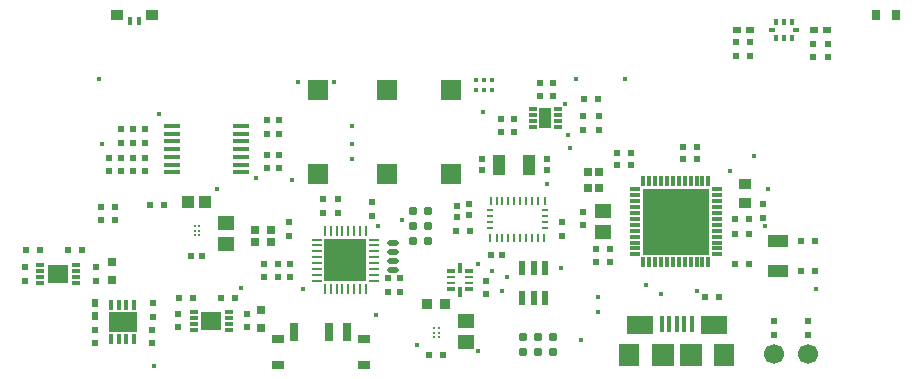
<source format=gtp>
%FSTAX23Y23*%
%MOIN*%
%SFA1B1*%

%IPPOS*%
%ADD18R,0.070866X0.068898*%
%ADD19R,0.070866X0.068898*%
%ADD20R,0.058071X0.017716*%
%ADD21R,0.021654X0.021654*%
%ADD22R,0.015748X0.023622*%
%ADD23R,0.023622X0.015748*%
%ADD24R,0.029527X0.023622*%
%ADD25R,0.029527X0.037401*%
%ADD26R,0.017716X0.017716*%
%ADD27R,0.015748X0.017716*%
%ADD28C,0.015748*%
%ADD29O,0.039370X0.019685*%
%ADD30R,0.015748X0.053150*%
%ADD31R,0.086614X0.062992*%
%ADD32R,0.070866X0.074803*%
%ADD33R,0.074803X0.074803*%
%ADD34R,0.021654X0.021654*%
%ADD35C,0.066929*%
%ADD36R,0.070866X0.039370*%
%ADD37R,0.039370X0.035433*%
%ADD38R,0.224409X0.224409*%
%ADD39R,0.011811X0.033465*%
%ADD40R,0.033465X0.011811*%
%ADD41R,0.027559X0.011811*%
%ADD42R,0.039370X0.066929*%
%ADD43R,0.024409X0.023622*%
%ADD44R,0.039370X0.070866*%
%ADD45R,0.009843X0.026575*%
%ADD46R,0.022638X0.009843*%
%ADD47R,0.027559X0.029527*%
%ADD48R,0.057087X0.045275*%
%ADD49R,0.023622X0.047244*%
%ADD50C,0.030984*%
%ADD51R,0.031496X0.011811*%
%ADD52R,0.031496X0.009843*%
%ADD53R,0.013780X0.033465*%
%ADD54R,0.033465X0.033465*%
%ADD55C,0.008189*%
%ADD56R,0.033465X0.009843*%
%ADD57R,0.009843X0.033465*%
%ADD58R,0.141732X0.141732*%
%ADD59R,0.029527X0.027559*%
%ADD60R,0.023622X0.024409*%
%ADD61R,0.039370X0.031496*%
%ADD62R,0.027559X0.059055*%
%ADD63R,0.031496X0.031496*%
%ADD64R,0.068898X0.061024*%
%ADD65R,0.096457X0.066929*%
%ADD66R,0.023622X0.029527*%
%ADD67R,0.041339X0.039370*%
%ADD68R,0.015748X0.031496*%
%LNdev_board_layout-1*%
%LPD*%
G54D18*
X01465Y00659D03*
Y0094D03*
G54D19*
X0102Y0094D03*
Y00659D03*
X0125D03*
Y0094D03*
G54D20*
X00534Y00818D03*
Y00792D03*
Y00767D03*
Y00741D03*
Y00716D03*
Y0069D03*
Y00665D03*
X00765D03*
Y0069D03*
Y00716D03*
Y00741D03*
Y00767D03*
Y00792D03*
Y00818D03*
G54D21*
X0246Y01098D03*
Y01052D03*
X02415D03*
Y01098D03*
X0267Y01093D03*
Y01047D03*
X0272Y01093D03*
Y01047D03*
X0254Y00121D03*
Y00167D03*
X02655Y00122D03*
Y00168D03*
X02505Y00512D03*
Y00558D03*
X01959Y00806D03*
Y00852D03*
X01904D03*
Y00806D03*
X01805Y00963D03*
Y00917D03*
X0176D03*
Y00963D03*
X01675Y00797D03*
Y00843D03*
X0163D03*
Y00797D03*
X01905Y00487D03*
Y00533D03*
X01835Y00452D03*
Y00498D03*
X0158Y00257D03*
Y00303D03*
X01294Y00311D03*
Y00265D03*
X01254D03*
Y00311D03*
X01202Y00565D03*
Y00519D03*
X01086Y00575D03*
Y00529D03*
X01036D03*
Y00575D03*
X00925Y00452D03*
Y00498D03*
X00927Y0036D03*
Y00314D03*
X00887Y0036D03*
Y00314D03*
X00842D03*
Y0036D03*
X00785Y00193D03*
Y00147D03*
X00555Y00193D03*
Y00147D03*
X0047Y00228D03*
Y00182D03*
X00466Y0014D03*
Y00094D03*
X00276Y0014D03*
Y00094D03*
X0028Y00348D03*
Y00302D03*
X00045Y00348D03*
Y00302D03*
X00445Y00667D03*
Y00713D03*
X00405D03*
Y00667D03*
X00365D03*
Y00713D03*
X00325D03*
Y00667D03*
X00445Y00808D03*
Y00762D03*
X00405Y00808D03*
Y00762D03*
X00365D03*
Y00808D03*
X0089Y00723D03*
Y00677D03*
X0085Y00723D03*
Y00677D03*
X0089Y00838D03*
Y00792D03*
X0085D03*
Y00838D03*
G54D22*
X02549Y01166D03*
X02575D03*
X026D03*
X02549Y01113D03*
X02575D03*
X026D03*
G54D23*
X02614Y0114D03*
X02535D03*
G54D24*
X02673Y0114D03*
X02716D03*
X02418D03*
X02461D03*
G54D25*
X02881Y0119D03*
X02948D03*
G54D26*
X01548Y00938D03*
X01601D03*
Y00971D03*
X01548D03*
G54D27*
X01575Y00938D03*
Y00971D03*
G54D28*
X0029Y00975D03*
X00475Y0002D03*
X00815Y00645D03*
X0097Y00275D03*
X01135Y0082D03*
X01555Y0036D03*
X01075Y00965D03*
X0135Y0009D03*
X003Y0076D03*
X0049Y0086D03*
X0186Y00745D03*
X01785Y00625D03*
X00765Y0028D03*
X00685Y0061D03*
X01215Y0019D03*
X00935Y0064D03*
X01553Y00067D03*
X0122Y00485D03*
X013Y00505D03*
X01135Y0076D03*
Y0071D03*
X01844Y00893D03*
X0157Y00865D03*
X02395Y0067D03*
X01855Y0079D03*
X0188Y00975D03*
X01955Y0025D03*
Y002D03*
X02475Y0072D03*
X016Y00335D03*
X02045Y00975D03*
X00955Y00965D03*
X02115Y0029D03*
X02165Y0026D03*
X02285Y0027D03*
X0268Y00275D03*
X0251Y00485D03*
X0252Y0061D03*
X01897Y00105D03*
X0183Y00345D03*
X0165Y00315D03*
X01635Y0027D03*
G54D29*
X0127Y0043D03*
Y004D03*
Y0037D03*
Y0034D03*
G54D30*
X02166Y0016D03*
X02191D03*
X02217D03*
X02242D03*
X02268D03*
G54D31*
X02093Y00155D03*
X02341D03*
G54D32*
X02059Y00055D03*
X02374D03*
G54D33*
X0217Y00055D03*
X02264D03*
G54D34*
X02312Y0025D03*
X02358D03*
X02458Y0051D03*
X02412D03*
Y0046D03*
X02458D03*
Y0036D03*
X02412D03*
X02678Y00335D03*
X02632D03*
X02678Y00435D03*
X02632D03*
X02283Y0071D03*
X02237D03*
X02239Y00747D03*
X02285D03*
X02019Y0069D03*
X02065D03*
X02019Y0073D03*
X02065D03*
X01953Y0091D03*
X01907D03*
X01482Y0047D03*
X01528D03*
X01947Y0041D03*
X01993D03*
X01947Y00365D03*
X01993D03*
X01392Y00055D03*
X01438D03*
X00557Y00245D03*
X00603D03*
X00187Y00405D03*
X00233D03*
X00047D03*
X00093D03*
X00508Y00555D03*
X00462D03*
X00343Y00505D03*
X00297D03*
Y0055D03*
X00343D03*
X00697Y00245D03*
X00743D03*
G54D35*
X02655Y00059D03*
X0254D03*
G54D36*
X02555Y00434D03*
Y00335D03*
G54D37*
X02445Y00626D03*
Y00563D03*
X00469Y01187D03*
X0035D03*
G54D38*
X02214Y00499D03*
G54D39*
X02322Y00364D03*
X02302D03*
X02283D03*
X02263D03*
X02243D03*
X02224D03*
X02204D03*
X02184D03*
X02164D03*
X02145D03*
X02125D03*
X02105D03*
Y00635D03*
X02125D03*
X02145D03*
X02164D03*
X02184D03*
X02204D03*
X02224D03*
X02243D03*
X02263D03*
X02283D03*
X02302D03*
X02322D03*
G54D40*
X02078Y00391D03*
Y00411D03*
Y0043D03*
Y0045D03*
Y0047D03*
Y0049D03*
Y00509D03*
Y00529D03*
Y00549D03*
Y00568D03*
Y00588D03*
Y00608D03*
X0235D03*
Y00588D03*
Y00568D03*
Y00549D03*
Y00529D03*
Y00509D03*
Y0049D03*
Y0047D03*
Y0045D03*
Y0043D03*
Y00411D03*
Y00391D03*
G54D41*
X01737Y00875D03*
Y00855D03*
Y00835D03*
Y00815D03*
X0182D03*
Y00835D03*
Y00855D03*
Y00875D03*
G54D42*
X01778Y00845D03*
G54D43*
X01525Y00558D03*
Y00521D03*
X01485Y00553D03*
Y00516D03*
X01566Y00708D03*
Y00671D03*
X01783Y00708D03*
Y00671D03*
G54D44*
X01724Y0069D03*
X01625D03*
G54D45*
X01596Y00569D03*
X01593Y00446D03*
X01616D03*
X01635D03*
X01655D03*
X01675D03*
X01694D03*
X01714D03*
X01734D03*
X01753D03*
X01774D03*
X01776Y00569D03*
X01753D03*
X01734D03*
X01714D03*
X01694D03*
X01675D03*
X01655D03*
X01635D03*
X01616D03*
G54D46*
X01593Y00537D03*
Y00517D03*
Y00498D03*
Y00478D03*
X01776D03*
Y00498D03*
Y00517D03*
Y00537D03*
G54D47*
X0192Y00666D03*
Y00613D03*
X01959D03*
Y00666D03*
G54D48*
X0197Y00464D03*
Y00535D03*
X01514Y00099D03*
Y0017D03*
X00715Y00424D03*
Y00495D03*
G54D49*
X01777Y00245D03*
X0174D03*
X01702D03*
Y00344D03*
X0174D03*
X01777D03*
G54D50*
X01705Y00065D03*
Y00115D03*
X01755Y00065D03*
Y00115D03*
X01805Y00065D03*
Y00115D03*
X01387Y00435D03*
X01337D03*
X01387Y00485D03*
X01337D03*
X01387Y00535D03*
X01337D03*
G54D51*
X01465Y00334D03*
Y00275D03*
X01524D03*
Y00334D03*
X00606Y002D03*
Y0018D03*
Y0016D03*
Y0014D03*
X00725D03*
Y0016D03*
Y0018D03*
Y002D03*
X00095Y00354D03*
Y00334D03*
Y00315D03*
Y00295D03*
X00214D03*
Y00315D03*
Y00334D03*
Y00354D03*
G54D52*
X01465Y00314D03*
Y00295D03*
X01524D03*
Y00314D03*
G54D53*
X01494Y00265D03*
Y00344D03*
X00408Y00222D03*
X00382D03*
X00357D03*
X00331D03*
Y00107D03*
X00357D03*
X00382D03*
X00408D03*
G54D54*
X01383Y00225D03*
X01444D03*
G54D55*
X01425Y00114D03*
X01409D03*
X01425Y0013D03*
X01409D03*
X01425Y00145D03*
X01409D03*
X00625Y00454D03*
X0061D03*
X00625Y0047D03*
X0061D03*
X00625Y00485D03*
X0061D03*
G54D56*
X01016Y0044D03*
Y00421D03*
Y00401D03*
Y00381D03*
Y00362D03*
Y00342D03*
Y00322D03*
Y00303D03*
X01209D03*
Y00322D03*
Y00342D03*
Y00362D03*
Y00381D03*
Y00401D03*
Y00421D03*
Y0044D03*
G54D57*
X01043Y00275D03*
X01063D03*
X01083D03*
X01102D03*
X01122D03*
X01142D03*
X01161D03*
X01181D03*
Y00468D03*
X01161D03*
X01142D03*
X01122D03*
X01102D03*
X01083D03*
X01063D03*
X01043D03*
G54D58*
X01112Y00372D03*
G54D59*
X0081Y00433D03*
X00863D03*
Y00472D03*
X0081D03*
G54D60*
X00597Y00385D03*
X00633D03*
X01596Y0039D03*
X01633D03*
G54D61*
X01173Y00021D03*
Y00108D03*
X00886Y00021D03*
Y00108D03*
G54D62*
X01118Y00133D03*
X01059D03*
X00941D03*
G54D63*
X0083Y00145D03*
Y00204D03*
X00335Y00305D03*
Y00364D03*
G54D64*
X00665Y0017D03*
X00155Y00325D03*
G54D65*
X0037Y00165D03*
G54D66*
X00276Y00185D03*
Y00228D03*
G54D67*
X00586Y00565D03*
X00645D03*
G54D68*
X00394Y0117D03*
X00425D03*
M02*
</source>
